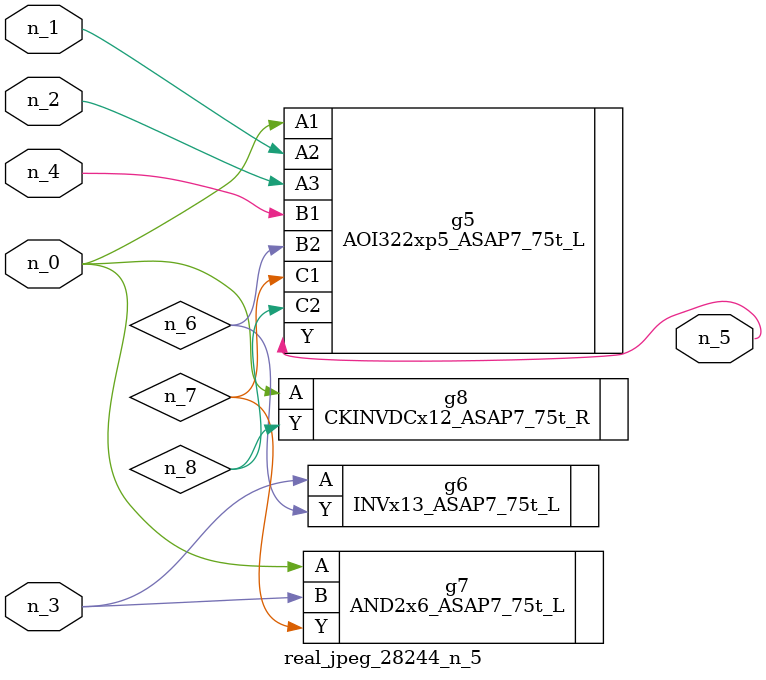
<source format=v>
module real_jpeg_28244_n_5 (n_4, n_0, n_1, n_2, n_3, n_5);

input n_4;
input n_0;
input n_1;
input n_2;
input n_3;

output n_5;

wire n_8;
wire n_6;
wire n_7;

AOI322xp5_ASAP7_75t_L g5 ( 
.A1(n_0),
.A2(n_1),
.A3(n_2),
.B1(n_4),
.B2(n_6),
.C1(n_7),
.C2(n_8),
.Y(n_5)
);

AND2x6_ASAP7_75t_L g7 ( 
.A(n_0),
.B(n_3),
.Y(n_7)
);

CKINVDCx12_ASAP7_75t_R g8 ( 
.A(n_0),
.Y(n_8)
);

INVx13_ASAP7_75t_L g6 ( 
.A(n_3),
.Y(n_6)
);


endmodule
</source>
